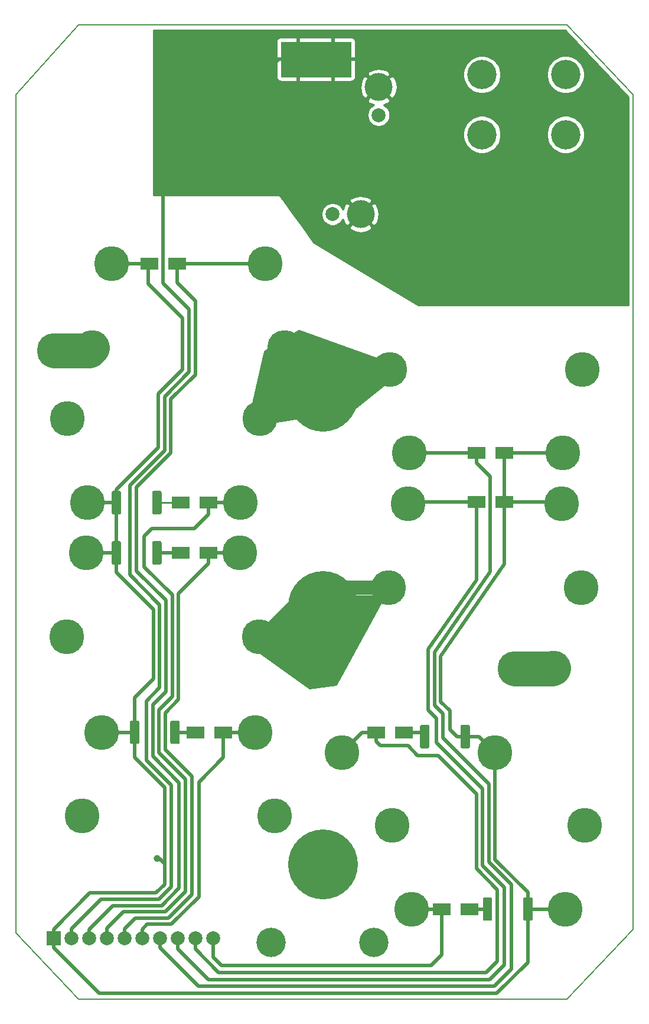
<source format=gbr>
G04 #@! TF.GenerationSoftware,KiCad,Pcbnew,(5.1.0)-1*
G04 #@! TF.CreationDate,2019-05-23T16:07:12+02:00*
G04 #@! TF.ProjectId,relay_card,72656c61-795f-4636-9172-642e6b696361,1.1*
G04 #@! TF.SameCoordinates,Original*
G04 #@! TF.FileFunction,Copper,L2,Bot*
G04 #@! TF.FilePolarity,Positive*
%FSLAX46Y46*%
G04 Gerber Fmt 4.6, Leading zero omitted, Abs format (unit mm)*
G04 Created by KiCad (PCBNEW (5.1.0)-1) date 2019-05-23 16:07:12*
%MOMM*%
%LPD*%
G04 APERTURE LIST*
%ADD10C,0.150000*%
%ADD11C,0.100000*%
%ADD12C,5.000000*%
%ADD13C,4.200000*%
%ADD14C,2.000000*%
%ADD15R,2.000000X2.000000*%
%ADD16C,1.350000*%
%ADD17C,4.000000*%
%ADD18C,10.000000*%
%ADD19R,2.500000X1.800000*%
%ADD20C,1.000000*%
%ADD21C,0.500000*%
%ADD22C,2.000000*%
%ADD23C,5.000000*%
%ADD24C,0.250000*%
%ADD25C,0.254000*%
G04 APERTURE END LIST*
D10*
X96300000Y-15600000D02*
X105800000Y-25600000D01*
X26300000Y-155100000D02*
X17300000Y-145600000D01*
X96300000Y-155100000D02*
X105800000Y-145100000D01*
X26300000Y-15600000D02*
X17300000Y-25600000D01*
X96300000Y-15600000D02*
X26300000Y-15600000D01*
X105800000Y-145100000D02*
X105800000Y-25600000D01*
X26300000Y-155100000D02*
X96300000Y-155100000D01*
X17300000Y-25600000D02*
X17300000Y-145600000D01*
D11*
G36*
X65300000Y-18000000D02*
G01*
X55300000Y-18000000D01*
X55300000Y-23000000D01*
X65300000Y-23000000D01*
X65300000Y-18000000D01*
G37*
X65300000Y-18000000D02*
X55300000Y-18000000D01*
X55300000Y-23000000D01*
X65300000Y-23000000D01*
X65300000Y-18000000D01*
D12*
X22800000Y-62200000D03*
X94300000Y-107700000D03*
X71200000Y-130200000D03*
X98800000Y-130200000D03*
X96000000Y-142200000D03*
X74000000Y-142200000D03*
X54400000Y-128900000D03*
X26800000Y-128900000D03*
X29600000Y-116900000D03*
X51600000Y-116900000D03*
X55800000Y-61800000D03*
X28200000Y-61800000D03*
X31000000Y-49800000D03*
X53000000Y-49800000D03*
X61200000Y-107800000D03*
X88800000Y-107800000D03*
X86000000Y-119800000D03*
X64000000Y-119800000D03*
X52200000Y-103200000D03*
X24600000Y-103200000D03*
X27400000Y-91200000D03*
X49400000Y-91200000D03*
X24700000Y-72000000D03*
X52300000Y-72000000D03*
X49500000Y-84000000D03*
X27500000Y-84000000D03*
X98300000Y-96200000D03*
X70700000Y-96200000D03*
X73500000Y-84200000D03*
X95500000Y-84200000D03*
X70900000Y-64900000D03*
X98500000Y-64900000D03*
X95700000Y-76900000D03*
X73700000Y-76900000D03*
D13*
X68600000Y-147000000D03*
X53900000Y-147000000D03*
X84100000Y-22700000D03*
X96100000Y-31300000D03*
X84100000Y-31300000D03*
X96100000Y-22700000D03*
D14*
X45560000Y-146400000D03*
X43020000Y-146400000D03*
X40480000Y-146400000D03*
X37940000Y-146400000D03*
X35400000Y-146400000D03*
X32860000Y-146400000D03*
X30320000Y-146400000D03*
X27780000Y-146400000D03*
X25240000Y-146400000D03*
D15*
X22700000Y-146400000D03*
D11*
G36*
X37949505Y-82326204D02*
G01*
X37973773Y-82329804D01*
X37997572Y-82335765D01*
X38020671Y-82344030D01*
X38042850Y-82354520D01*
X38063893Y-82367132D01*
X38083599Y-82381747D01*
X38101777Y-82398223D01*
X38118253Y-82416401D01*
X38132868Y-82436107D01*
X38145480Y-82457150D01*
X38155970Y-82479329D01*
X38164235Y-82502428D01*
X38170196Y-82526227D01*
X38173796Y-82550495D01*
X38175000Y-82574999D01*
X38175000Y-85425001D01*
X38173796Y-85449505D01*
X38170196Y-85473773D01*
X38164235Y-85497572D01*
X38155970Y-85520671D01*
X38145480Y-85542850D01*
X38132868Y-85563893D01*
X38118253Y-85583599D01*
X38101777Y-85601777D01*
X38083599Y-85618253D01*
X38063893Y-85632868D01*
X38042850Y-85645480D01*
X38020671Y-85655970D01*
X37997572Y-85664235D01*
X37973773Y-85670196D01*
X37949505Y-85673796D01*
X37925001Y-85675000D01*
X37074999Y-85675000D01*
X37050495Y-85673796D01*
X37026227Y-85670196D01*
X37002428Y-85664235D01*
X36979329Y-85655970D01*
X36957150Y-85645480D01*
X36936107Y-85632868D01*
X36916401Y-85618253D01*
X36898223Y-85601777D01*
X36881747Y-85583599D01*
X36867132Y-85563893D01*
X36854520Y-85542850D01*
X36844030Y-85520671D01*
X36835765Y-85497572D01*
X36829804Y-85473773D01*
X36826204Y-85449505D01*
X36825000Y-85425001D01*
X36825000Y-82574999D01*
X36826204Y-82550495D01*
X36829804Y-82526227D01*
X36835765Y-82502428D01*
X36844030Y-82479329D01*
X36854520Y-82457150D01*
X36867132Y-82436107D01*
X36881747Y-82416401D01*
X36898223Y-82398223D01*
X36916401Y-82381747D01*
X36936107Y-82367132D01*
X36957150Y-82354520D01*
X36979329Y-82344030D01*
X37002428Y-82335765D01*
X37026227Y-82329804D01*
X37050495Y-82326204D01*
X37074999Y-82325000D01*
X37925001Y-82325000D01*
X37949505Y-82326204D01*
X37949505Y-82326204D01*
G37*
D16*
X37500000Y-84000000D03*
D11*
G36*
X32149505Y-82326204D02*
G01*
X32173773Y-82329804D01*
X32197572Y-82335765D01*
X32220671Y-82344030D01*
X32242850Y-82354520D01*
X32263893Y-82367132D01*
X32283599Y-82381747D01*
X32301777Y-82398223D01*
X32318253Y-82416401D01*
X32332868Y-82436107D01*
X32345480Y-82457150D01*
X32355970Y-82479329D01*
X32364235Y-82502428D01*
X32370196Y-82526227D01*
X32373796Y-82550495D01*
X32375000Y-82574999D01*
X32375000Y-85425001D01*
X32373796Y-85449505D01*
X32370196Y-85473773D01*
X32364235Y-85497572D01*
X32355970Y-85520671D01*
X32345480Y-85542850D01*
X32332868Y-85563893D01*
X32318253Y-85583599D01*
X32301777Y-85601777D01*
X32283599Y-85618253D01*
X32263893Y-85632868D01*
X32242850Y-85645480D01*
X32220671Y-85655970D01*
X32197572Y-85664235D01*
X32173773Y-85670196D01*
X32149505Y-85673796D01*
X32125001Y-85675000D01*
X31274999Y-85675000D01*
X31250495Y-85673796D01*
X31226227Y-85670196D01*
X31202428Y-85664235D01*
X31179329Y-85655970D01*
X31157150Y-85645480D01*
X31136107Y-85632868D01*
X31116401Y-85618253D01*
X31098223Y-85601777D01*
X31081747Y-85583599D01*
X31067132Y-85563893D01*
X31054520Y-85542850D01*
X31044030Y-85520671D01*
X31035765Y-85497572D01*
X31029804Y-85473773D01*
X31026204Y-85449505D01*
X31025000Y-85425001D01*
X31025000Y-82574999D01*
X31026204Y-82550495D01*
X31029804Y-82526227D01*
X31035765Y-82502428D01*
X31044030Y-82479329D01*
X31054520Y-82457150D01*
X31067132Y-82436107D01*
X31081747Y-82416401D01*
X31098223Y-82398223D01*
X31116401Y-82381747D01*
X31136107Y-82367132D01*
X31157150Y-82354520D01*
X31179329Y-82344030D01*
X31202428Y-82335765D01*
X31226227Y-82329804D01*
X31250495Y-82326204D01*
X31274999Y-82325000D01*
X32125001Y-82325000D01*
X32149505Y-82326204D01*
X32149505Y-82326204D01*
G37*
D16*
X31700000Y-84000000D03*
D17*
X57800000Y-20500000D03*
X62800000Y-20500000D03*
D18*
X61300000Y-135800000D03*
X61300000Y-98800000D03*
X61300000Y-68800000D03*
D11*
G36*
X40549505Y-115226204D02*
G01*
X40573773Y-115229804D01*
X40597572Y-115235765D01*
X40620671Y-115244030D01*
X40642850Y-115254520D01*
X40663893Y-115267132D01*
X40683599Y-115281747D01*
X40701777Y-115298223D01*
X40718253Y-115316401D01*
X40732868Y-115336107D01*
X40745480Y-115357150D01*
X40755970Y-115379329D01*
X40764235Y-115402428D01*
X40770196Y-115426227D01*
X40773796Y-115450495D01*
X40775000Y-115474999D01*
X40775000Y-118325001D01*
X40773796Y-118349505D01*
X40770196Y-118373773D01*
X40764235Y-118397572D01*
X40755970Y-118420671D01*
X40745480Y-118442850D01*
X40732868Y-118463893D01*
X40718253Y-118483599D01*
X40701777Y-118501777D01*
X40683599Y-118518253D01*
X40663893Y-118532868D01*
X40642850Y-118545480D01*
X40620671Y-118555970D01*
X40597572Y-118564235D01*
X40573773Y-118570196D01*
X40549505Y-118573796D01*
X40525001Y-118575000D01*
X39674999Y-118575000D01*
X39650495Y-118573796D01*
X39626227Y-118570196D01*
X39602428Y-118564235D01*
X39579329Y-118555970D01*
X39557150Y-118545480D01*
X39536107Y-118532868D01*
X39516401Y-118518253D01*
X39498223Y-118501777D01*
X39481747Y-118483599D01*
X39467132Y-118463893D01*
X39454520Y-118442850D01*
X39444030Y-118420671D01*
X39435765Y-118397572D01*
X39429804Y-118373773D01*
X39426204Y-118349505D01*
X39425000Y-118325001D01*
X39425000Y-115474999D01*
X39426204Y-115450495D01*
X39429804Y-115426227D01*
X39435765Y-115402428D01*
X39444030Y-115379329D01*
X39454520Y-115357150D01*
X39467132Y-115336107D01*
X39481747Y-115316401D01*
X39498223Y-115298223D01*
X39516401Y-115281747D01*
X39536107Y-115267132D01*
X39557150Y-115254520D01*
X39579329Y-115244030D01*
X39602428Y-115235765D01*
X39626227Y-115229804D01*
X39650495Y-115226204D01*
X39674999Y-115225000D01*
X40525001Y-115225000D01*
X40549505Y-115226204D01*
X40549505Y-115226204D01*
G37*
D16*
X40100000Y-116900000D03*
D11*
G36*
X34749505Y-115226204D02*
G01*
X34773773Y-115229804D01*
X34797572Y-115235765D01*
X34820671Y-115244030D01*
X34842850Y-115254520D01*
X34863893Y-115267132D01*
X34883599Y-115281747D01*
X34901777Y-115298223D01*
X34918253Y-115316401D01*
X34932868Y-115336107D01*
X34945480Y-115357150D01*
X34955970Y-115379329D01*
X34964235Y-115402428D01*
X34970196Y-115426227D01*
X34973796Y-115450495D01*
X34975000Y-115474999D01*
X34975000Y-118325001D01*
X34973796Y-118349505D01*
X34970196Y-118373773D01*
X34964235Y-118397572D01*
X34955970Y-118420671D01*
X34945480Y-118442850D01*
X34932868Y-118463893D01*
X34918253Y-118483599D01*
X34901777Y-118501777D01*
X34883599Y-118518253D01*
X34863893Y-118532868D01*
X34842850Y-118545480D01*
X34820671Y-118555970D01*
X34797572Y-118564235D01*
X34773773Y-118570196D01*
X34749505Y-118573796D01*
X34725001Y-118575000D01*
X33874999Y-118575000D01*
X33850495Y-118573796D01*
X33826227Y-118570196D01*
X33802428Y-118564235D01*
X33779329Y-118555970D01*
X33757150Y-118545480D01*
X33736107Y-118532868D01*
X33716401Y-118518253D01*
X33698223Y-118501777D01*
X33681747Y-118483599D01*
X33667132Y-118463893D01*
X33654520Y-118442850D01*
X33644030Y-118420671D01*
X33635765Y-118397572D01*
X33629804Y-118373773D01*
X33626204Y-118349505D01*
X33625000Y-118325001D01*
X33625000Y-115474999D01*
X33626204Y-115450495D01*
X33629804Y-115426227D01*
X33635765Y-115402428D01*
X33644030Y-115379329D01*
X33654520Y-115357150D01*
X33667132Y-115336107D01*
X33681747Y-115316401D01*
X33698223Y-115298223D01*
X33716401Y-115281747D01*
X33736107Y-115267132D01*
X33757150Y-115254520D01*
X33779329Y-115244030D01*
X33802428Y-115235765D01*
X33826227Y-115229804D01*
X33850495Y-115226204D01*
X33874999Y-115225000D01*
X34725001Y-115225000D01*
X34749505Y-115226204D01*
X34749505Y-115226204D01*
G37*
D16*
X34300000Y-116900000D03*
D11*
G36*
X37949505Y-89526204D02*
G01*
X37973773Y-89529804D01*
X37997572Y-89535765D01*
X38020671Y-89544030D01*
X38042850Y-89554520D01*
X38063893Y-89567132D01*
X38083599Y-89581747D01*
X38101777Y-89598223D01*
X38118253Y-89616401D01*
X38132868Y-89636107D01*
X38145480Y-89657150D01*
X38155970Y-89679329D01*
X38164235Y-89702428D01*
X38170196Y-89726227D01*
X38173796Y-89750495D01*
X38175000Y-89774999D01*
X38175000Y-92625001D01*
X38173796Y-92649505D01*
X38170196Y-92673773D01*
X38164235Y-92697572D01*
X38155970Y-92720671D01*
X38145480Y-92742850D01*
X38132868Y-92763893D01*
X38118253Y-92783599D01*
X38101777Y-92801777D01*
X38083599Y-92818253D01*
X38063893Y-92832868D01*
X38042850Y-92845480D01*
X38020671Y-92855970D01*
X37997572Y-92864235D01*
X37973773Y-92870196D01*
X37949505Y-92873796D01*
X37925001Y-92875000D01*
X37074999Y-92875000D01*
X37050495Y-92873796D01*
X37026227Y-92870196D01*
X37002428Y-92864235D01*
X36979329Y-92855970D01*
X36957150Y-92845480D01*
X36936107Y-92832868D01*
X36916401Y-92818253D01*
X36898223Y-92801777D01*
X36881747Y-92783599D01*
X36867132Y-92763893D01*
X36854520Y-92742850D01*
X36844030Y-92720671D01*
X36835765Y-92697572D01*
X36829804Y-92673773D01*
X36826204Y-92649505D01*
X36825000Y-92625001D01*
X36825000Y-89774999D01*
X36826204Y-89750495D01*
X36829804Y-89726227D01*
X36835765Y-89702428D01*
X36844030Y-89679329D01*
X36854520Y-89657150D01*
X36867132Y-89636107D01*
X36881747Y-89616401D01*
X36898223Y-89598223D01*
X36916401Y-89581747D01*
X36936107Y-89567132D01*
X36957150Y-89554520D01*
X36979329Y-89544030D01*
X37002428Y-89535765D01*
X37026227Y-89529804D01*
X37050495Y-89526204D01*
X37074999Y-89525000D01*
X37925001Y-89525000D01*
X37949505Y-89526204D01*
X37949505Y-89526204D01*
G37*
D16*
X37500000Y-91200000D03*
D11*
G36*
X32149505Y-89526204D02*
G01*
X32173773Y-89529804D01*
X32197572Y-89535765D01*
X32220671Y-89544030D01*
X32242850Y-89554520D01*
X32263893Y-89567132D01*
X32283599Y-89581747D01*
X32301777Y-89598223D01*
X32318253Y-89616401D01*
X32332868Y-89636107D01*
X32345480Y-89657150D01*
X32355970Y-89679329D01*
X32364235Y-89702428D01*
X32370196Y-89726227D01*
X32373796Y-89750495D01*
X32375000Y-89774999D01*
X32375000Y-92625001D01*
X32373796Y-92649505D01*
X32370196Y-92673773D01*
X32364235Y-92697572D01*
X32355970Y-92720671D01*
X32345480Y-92742850D01*
X32332868Y-92763893D01*
X32318253Y-92783599D01*
X32301777Y-92801777D01*
X32283599Y-92818253D01*
X32263893Y-92832868D01*
X32242850Y-92845480D01*
X32220671Y-92855970D01*
X32197572Y-92864235D01*
X32173773Y-92870196D01*
X32149505Y-92873796D01*
X32125001Y-92875000D01*
X31274999Y-92875000D01*
X31250495Y-92873796D01*
X31226227Y-92870196D01*
X31202428Y-92864235D01*
X31179329Y-92855970D01*
X31157150Y-92845480D01*
X31136107Y-92832868D01*
X31116401Y-92818253D01*
X31098223Y-92801777D01*
X31081747Y-92783599D01*
X31067132Y-92763893D01*
X31054520Y-92742850D01*
X31044030Y-92720671D01*
X31035765Y-92697572D01*
X31029804Y-92673773D01*
X31026204Y-92649505D01*
X31025000Y-92625001D01*
X31025000Y-89774999D01*
X31026204Y-89750495D01*
X31029804Y-89726227D01*
X31035765Y-89702428D01*
X31044030Y-89679329D01*
X31054520Y-89657150D01*
X31067132Y-89636107D01*
X31081747Y-89616401D01*
X31098223Y-89598223D01*
X31116401Y-89581747D01*
X31136107Y-89567132D01*
X31157150Y-89554520D01*
X31179329Y-89544030D01*
X31202428Y-89535765D01*
X31226227Y-89529804D01*
X31250495Y-89526204D01*
X31274999Y-89525000D01*
X32125001Y-89525000D01*
X32149505Y-89526204D01*
X32149505Y-89526204D01*
G37*
D16*
X31700000Y-91200000D03*
D11*
G36*
X85349505Y-140526204D02*
G01*
X85373773Y-140529804D01*
X85397572Y-140535765D01*
X85420671Y-140544030D01*
X85442850Y-140554520D01*
X85463893Y-140567132D01*
X85483599Y-140581747D01*
X85501777Y-140598223D01*
X85518253Y-140616401D01*
X85532868Y-140636107D01*
X85545480Y-140657150D01*
X85555970Y-140679329D01*
X85564235Y-140702428D01*
X85570196Y-140726227D01*
X85573796Y-140750495D01*
X85575000Y-140774999D01*
X85575000Y-143625001D01*
X85573796Y-143649505D01*
X85570196Y-143673773D01*
X85564235Y-143697572D01*
X85555970Y-143720671D01*
X85545480Y-143742850D01*
X85532868Y-143763893D01*
X85518253Y-143783599D01*
X85501777Y-143801777D01*
X85483599Y-143818253D01*
X85463893Y-143832868D01*
X85442850Y-143845480D01*
X85420671Y-143855970D01*
X85397572Y-143864235D01*
X85373773Y-143870196D01*
X85349505Y-143873796D01*
X85325001Y-143875000D01*
X84474999Y-143875000D01*
X84450495Y-143873796D01*
X84426227Y-143870196D01*
X84402428Y-143864235D01*
X84379329Y-143855970D01*
X84357150Y-143845480D01*
X84336107Y-143832868D01*
X84316401Y-143818253D01*
X84298223Y-143801777D01*
X84281747Y-143783599D01*
X84267132Y-143763893D01*
X84254520Y-143742850D01*
X84244030Y-143720671D01*
X84235765Y-143697572D01*
X84229804Y-143673773D01*
X84226204Y-143649505D01*
X84225000Y-143625001D01*
X84225000Y-140774999D01*
X84226204Y-140750495D01*
X84229804Y-140726227D01*
X84235765Y-140702428D01*
X84244030Y-140679329D01*
X84254520Y-140657150D01*
X84267132Y-140636107D01*
X84281747Y-140616401D01*
X84298223Y-140598223D01*
X84316401Y-140581747D01*
X84336107Y-140567132D01*
X84357150Y-140554520D01*
X84379329Y-140544030D01*
X84402428Y-140535765D01*
X84426227Y-140529804D01*
X84450495Y-140526204D01*
X84474999Y-140525000D01*
X85325001Y-140525000D01*
X85349505Y-140526204D01*
X85349505Y-140526204D01*
G37*
D16*
X84900000Y-142200000D03*
D11*
G36*
X91149505Y-140526204D02*
G01*
X91173773Y-140529804D01*
X91197572Y-140535765D01*
X91220671Y-140544030D01*
X91242850Y-140554520D01*
X91263893Y-140567132D01*
X91283599Y-140581747D01*
X91301777Y-140598223D01*
X91318253Y-140616401D01*
X91332868Y-140636107D01*
X91345480Y-140657150D01*
X91355970Y-140679329D01*
X91364235Y-140702428D01*
X91370196Y-140726227D01*
X91373796Y-140750495D01*
X91375000Y-140774999D01*
X91375000Y-143625001D01*
X91373796Y-143649505D01*
X91370196Y-143673773D01*
X91364235Y-143697572D01*
X91355970Y-143720671D01*
X91345480Y-143742850D01*
X91332868Y-143763893D01*
X91318253Y-143783599D01*
X91301777Y-143801777D01*
X91283599Y-143818253D01*
X91263893Y-143832868D01*
X91242850Y-143845480D01*
X91220671Y-143855970D01*
X91197572Y-143864235D01*
X91173773Y-143870196D01*
X91149505Y-143873796D01*
X91125001Y-143875000D01*
X90274999Y-143875000D01*
X90250495Y-143873796D01*
X90226227Y-143870196D01*
X90202428Y-143864235D01*
X90179329Y-143855970D01*
X90157150Y-143845480D01*
X90136107Y-143832868D01*
X90116401Y-143818253D01*
X90098223Y-143801777D01*
X90081747Y-143783599D01*
X90067132Y-143763893D01*
X90054520Y-143742850D01*
X90044030Y-143720671D01*
X90035765Y-143697572D01*
X90029804Y-143673773D01*
X90026204Y-143649505D01*
X90025000Y-143625001D01*
X90025000Y-140774999D01*
X90026204Y-140750495D01*
X90029804Y-140726227D01*
X90035765Y-140702428D01*
X90044030Y-140679329D01*
X90054520Y-140657150D01*
X90067132Y-140636107D01*
X90081747Y-140616401D01*
X90098223Y-140598223D01*
X90116401Y-140581747D01*
X90136107Y-140567132D01*
X90157150Y-140554520D01*
X90179329Y-140544030D01*
X90202428Y-140535765D01*
X90226227Y-140529804D01*
X90250495Y-140526204D01*
X90274999Y-140525000D01*
X91125001Y-140525000D01*
X91149505Y-140526204D01*
X91149505Y-140526204D01*
G37*
D16*
X90700000Y-142200000D03*
D11*
G36*
X76349505Y-115826204D02*
G01*
X76373773Y-115829804D01*
X76397572Y-115835765D01*
X76420671Y-115844030D01*
X76442850Y-115854520D01*
X76463893Y-115867132D01*
X76483599Y-115881747D01*
X76501777Y-115898223D01*
X76518253Y-115916401D01*
X76532868Y-115936107D01*
X76545480Y-115957150D01*
X76555970Y-115979329D01*
X76564235Y-116002428D01*
X76570196Y-116026227D01*
X76573796Y-116050495D01*
X76575000Y-116074999D01*
X76575000Y-118925001D01*
X76573796Y-118949505D01*
X76570196Y-118973773D01*
X76564235Y-118997572D01*
X76555970Y-119020671D01*
X76545480Y-119042850D01*
X76532868Y-119063893D01*
X76518253Y-119083599D01*
X76501777Y-119101777D01*
X76483599Y-119118253D01*
X76463893Y-119132868D01*
X76442850Y-119145480D01*
X76420671Y-119155970D01*
X76397572Y-119164235D01*
X76373773Y-119170196D01*
X76349505Y-119173796D01*
X76325001Y-119175000D01*
X75474999Y-119175000D01*
X75450495Y-119173796D01*
X75426227Y-119170196D01*
X75402428Y-119164235D01*
X75379329Y-119155970D01*
X75357150Y-119145480D01*
X75336107Y-119132868D01*
X75316401Y-119118253D01*
X75298223Y-119101777D01*
X75281747Y-119083599D01*
X75267132Y-119063893D01*
X75254520Y-119042850D01*
X75244030Y-119020671D01*
X75235765Y-118997572D01*
X75229804Y-118973773D01*
X75226204Y-118949505D01*
X75225000Y-118925001D01*
X75225000Y-116074999D01*
X75226204Y-116050495D01*
X75229804Y-116026227D01*
X75235765Y-116002428D01*
X75244030Y-115979329D01*
X75254520Y-115957150D01*
X75267132Y-115936107D01*
X75281747Y-115916401D01*
X75298223Y-115898223D01*
X75316401Y-115881747D01*
X75336107Y-115867132D01*
X75357150Y-115854520D01*
X75379329Y-115844030D01*
X75402428Y-115835765D01*
X75426227Y-115829804D01*
X75450495Y-115826204D01*
X75474999Y-115825000D01*
X76325001Y-115825000D01*
X76349505Y-115826204D01*
X76349505Y-115826204D01*
G37*
D16*
X75900000Y-117500000D03*
D11*
G36*
X82149505Y-115826204D02*
G01*
X82173773Y-115829804D01*
X82197572Y-115835765D01*
X82220671Y-115844030D01*
X82242850Y-115854520D01*
X82263893Y-115867132D01*
X82283599Y-115881747D01*
X82301777Y-115898223D01*
X82318253Y-115916401D01*
X82332868Y-115936107D01*
X82345480Y-115957150D01*
X82355970Y-115979329D01*
X82364235Y-116002428D01*
X82370196Y-116026227D01*
X82373796Y-116050495D01*
X82375000Y-116074999D01*
X82375000Y-118925001D01*
X82373796Y-118949505D01*
X82370196Y-118973773D01*
X82364235Y-118997572D01*
X82355970Y-119020671D01*
X82345480Y-119042850D01*
X82332868Y-119063893D01*
X82318253Y-119083599D01*
X82301777Y-119101777D01*
X82283599Y-119118253D01*
X82263893Y-119132868D01*
X82242850Y-119145480D01*
X82220671Y-119155970D01*
X82197572Y-119164235D01*
X82173773Y-119170196D01*
X82149505Y-119173796D01*
X82125001Y-119175000D01*
X81274999Y-119175000D01*
X81250495Y-119173796D01*
X81226227Y-119170196D01*
X81202428Y-119164235D01*
X81179329Y-119155970D01*
X81157150Y-119145480D01*
X81136107Y-119132868D01*
X81116401Y-119118253D01*
X81098223Y-119101777D01*
X81081747Y-119083599D01*
X81067132Y-119063893D01*
X81054520Y-119042850D01*
X81044030Y-119020671D01*
X81035765Y-118997572D01*
X81029804Y-118973773D01*
X81026204Y-118949505D01*
X81025000Y-118925001D01*
X81025000Y-116074999D01*
X81026204Y-116050495D01*
X81029804Y-116026227D01*
X81035765Y-116002428D01*
X81044030Y-115979329D01*
X81054520Y-115957150D01*
X81067132Y-115936107D01*
X81081747Y-115916401D01*
X81098223Y-115898223D01*
X81116401Y-115881747D01*
X81136107Y-115867132D01*
X81157150Y-115854520D01*
X81179329Y-115844030D01*
X81202428Y-115835765D01*
X81226227Y-115829804D01*
X81250495Y-115826204D01*
X81274999Y-115825000D01*
X82125001Y-115825000D01*
X82149505Y-115826204D01*
X82149505Y-115826204D01*
G37*
D16*
X81700000Y-117500000D03*
D17*
X66700000Y-42700000D03*
D14*
X62700000Y-42700000D03*
D17*
X69300000Y-24500000D03*
D14*
X69300000Y-28500000D03*
D19*
X43000000Y-116900000D03*
X47000000Y-116900000D03*
X40900000Y-91200000D03*
X44900000Y-91200000D03*
X40900000Y-84000000D03*
X44900000Y-84000000D03*
X82300000Y-142200000D03*
X78300000Y-142200000D03*
X87300000Y-83900000D03*
X83300000Y-83900000D03*
X87300000Y-76900000D03*
X83300000Y-76900000D03*
X36400000Y-49800000D03*
X40400000Y-49800000D03*
X72900000Y-116900000D03*
X68900000Y-116900000D03*
D20*
X37500000Y-135000000D03*
D21*
X62800000Y-17000000D02*
X62800000Y-20500000D01*
X57800000Y-20500000D02*
X57800000Y-17000000D01*
X57800000Y-17000000D02*
X62800000Y-17000000D01*
X57800000Y-20500000D02*
X57800000Y-24000000D01*
X57800000Y-24000000D02*
X62700000Y-24000000D01*
X62800000Y-23900000D02*
X62800000Y-20500000D01*
X62700000Y-24000000D02*
X62800000Y-23900000D01*
X57800000Y-20500000D02*
X54971573Y-20500000D01*
X62800000Y-20500000D02*
X66300000Y-20500000D01*
X25300000Y-146340000D02*
X25240000Y-146400000D01*
X25240000Y-145060000D02*
X25240000Y-146400000D01*
X29500000Y-140800000D02*
X25240000Y-145060000D01*
X37800000Y-140800000D02*
X29500000Y-140800000D01*
X39600000Y-139000000D02*
X37800000Y-140800000D01*
X54971573Y-20500000D02*
X38400000Y-37071573D01*
X35999967Y-120899967D02*
X39600000Y-124500000D01*
X42100000Y-65300000D02*
X38600000Y-68800000D01*
X33600000Y-81500000D02*
X33600000Y-94300000D01*
X42100000Y-56300000D02*
X42100000Y-65300000D01*
X37900000Y-98600000D02*
X37900000Y-110500000D01*
X38400000Y-52600000D02*
X42100000Y-56300000D01*
X38600000Y-68800000D02*
X38600000Y-76500000D01*
X38600000Y-76500000D02*
X33600000Y-81500000D01*
X33600000Y-94300000D02*
X37900000Y-98600000D01*
X37900000Y-110500000D02*
X36000000Y-112400000D01*
X36000000Y-112400000D02*
X36000000Y-112900000D01*
X35999967Y-112900033D02*
X35999967Y-120899967D01*
X38400000Y-37071573D02*
X38400000Y-52600000D01*
X36000000Y-112900000D02*
X35999967Y-112900033D01*
X39600000Y-124500000D02*
X39600000Y-139000000D01*
X54971573Y-20500000D02*
X54000000Y-20500000D01*
D22*
X61300000Y-67300000D02*
X55800000Y-61800000D01*
X61300000Y-68800000D02*
X61300000Y-67300000D01*
X65200000Y-64900000D02*
X70900000Y-64900000D01*
X61300000Y-68800000D02*
X65200000Y-64900000D01*
X55500000Y-68800000D02*
X52300000Y-72000000D01*
X61300000Y-68800000D02*
X55500000Y-68800000D01*
D23*
X61200000Y-98900000D02*
X61300000Y-98800000D01*
X61200000Y-107800000D02*
X61200000Y-98900000D01*
D22*
X63900000Y-96200000D02*
X70700000Y-96200000D01*
X61300000Y-98800000D02*
X63900000Y-96200000D01*
D23*
X94200000Y-107800000D02*
X94300000Y-107700000D01*
X88800000Y-107800000D02*
X94200000Y-107800000D01*
X27800000Y-62200000D02*
X22800000Y-62200000D01*
X28200000Y-61800000D02*
X27800000Y-62200000D01*
D21*
X86900000Y-76900000D02*
X95700000Y-76900000D01*
X95200000Y-83900000D02*
X95500000Y-84200000D01*
X87300000Y-83900000D02*
X95200000Y-83900000D01*
X27400000Y-91200000D02*
X31700000Y-91200000D01*
X34300000Y-116900000D02*
X29600000Y-116900000D01*
X87300000Y-76900000D02*
X87300000Y-83900000D01*
X90700000Y-142200000D02*
X96000000Y-142200000D01*
X90700000Y-140425000D02*
X90700000Y-142200000D01*
X22700000Y-147750000D02*
X22700000Y-146400000D01*
X29224990Y-154274990D02*
X22700000Y-147750000D01*
X86253468Y-154274990D02*
X29224990Y-154274990D01*
X90700000Y-149828458D02*
X86253468Y-154274990D01*
X90700000Y-142200000D02*
X90700000Y-149828458D01*
X31700000Y-84000000D02*
X27500000Y-84000000D01*
X31700000Y-84000000D02*
X31700000Y-91200000D01*
X34300000Y-111900000D02*
X34300000Y-116900000D01*
X37000000Y-109200000D02*
X34300000Y-111900000D01*
X37000000Y-99300000D02*
X37000000Y-109200000D01*
X31700000Y-91200000D02*
X31700000Y-94000000D01*
X31700000Y-94000000D02*
X37000000Y-99300000D01*
X22700000Y-145100000D02*
X22700000Y-146400000D01*
X34300000Y-116900000D02*
X34300000Y-120500000D01*
X34300000Y-120500000D02*
X38600000Y-124800000D01*
X38600000Y-138700000D02*
X37400000Y-139900000D01*
X37400000Y-139900000D02*
X27900000Y-139900000D01*
X27900000Y-139900000D02*
X22700000Y-145100000D01*
X37900000Y-135000000D02*
X38600000Y-135700000D01*
X37500000Y-135000000D02*
X37900000Y-135000000D01*
X38600000Y-124800000D02*
X38600000Y-135700000D01*
X38600000Y-135700000D02*
X38600000Y-138700000D01*
X90700000Y-139800000D02*
X90700000Y-142200000D01*
X86000000Y-119800000D02*
X86000000Y-135100000D01*
X86000000Y-135100000D02*
X90700000Y-139800000D01*
X80500000Y-117500000D02*
X81700000Y-117500000D01*
X87300000Y-83900000D02*
X87300000Y-92800000D01*
X87300000Y-92800000D02*
X78200000Y-106000000D01*
X78200000Y-106000000D02*
X78200000Y-112485772D01*
X78200000Y-112485772D02*
X79500000Y-113785772D01*
X79500000Y-113785772D02*
X79500000Y-116500000D01*
X79500000Y-116500000D02*
X80500000Y-117500000D01*
X31700000Y-82100000D02*
X31700000Y-84000000D01*
X37700000Y-76100000D02*
X31700000Y-82100000D01*
X31000000Y-49800000D02*
X36300000Y-49800000D01*
X36300000Y-49800000D02*
X36300000Y-52700000D01*
X36300000Y-52700000D02*
X41200000Y-57600000D01*
X41200000Y-57600000D02*
X41200000Y-64900000D01*
X41200000Y-64900000D02*
X37700000Y-68400000D01*
X37700000Y-68400000D02*
X37700000Y-76100000D01*
X83700000Y-117500000D02*
X86000000Y-119800000D01*
X81700000Y-117500000D02*
X83700000Y-117500000D01*
X73700000Y-76900000D02*
X77235533Y-76900000D01*
X77235533Y-76900000D02*
X77700000Y-76900000D01*
X77700000Y-76900000D02*
X82900000Y-76900000D01*
X37940000Y-147602081D02*
X37940000Y-146400000D01*
X37940000Y-147740000D02*
X37940000Y-147602081D01*
X43474979Y-153274979D02*
X37940000Y-147740000D01*
X85839250Y-153274979D02*
X43474979Y-153274979D01*
X88325031Y-150789198D02*
X85839250Y-153274979D01*
X88325031Y-138725031D02*
X88325031Y-150789198D01*
X85100000Y-135500000D02*
X88325031Y-138725031D01*
X85100000Y-124300000D02*
X85100000Y-135500000D01*
X78500000Y-117700000D02*
X85100000Y-124300000D01*
X78500000Y-114200000D02*
X78500000Y-117700000D01*
X83300000Y-78300000D02*
X85300000Y-80300000D01*
X83300000Y-76900000D02*
X83300000Y-78300000D01*
X85300000Y-80300000D02*
X85300000Y-93900000D01*
X85300000Y-93900000D02*
X77300000Y-105400000D01*
X77300000Y-105400000D02*
X77300000Y-113000000D01*
X77300000Y-113000000D02*
X78500000Y-114200000D01*
X73800000Y-83900000D02*
X73500000Y-84200000D01*
X83300000Y-83900000D02*
X77200000Y-83900000D01*
X77200000Y-83900000D02*
X73800000Y-83900000D01*
X40480000Y-147602081D02*
X40480000Y-146400000D01*
X40480000Y-147880000D02*
X40480000Y-147602081D01*
X44874968Y-152274968D02*
X40480000Y-147880000D01*
X85225032Y-152274968D02*
X44874968Y-152274968D01*
X87325021Y-150174979D02*
X85225032Y-152274968D01*
X87325021Y-139125021D02*
X87325021Y-150174979D01*
X84200000Y-136000000D02*
X87325021Y-139125021D01*
X84200000Y-125000000D02*
X84200000Y-136000000D01*
X83300000Y-95100000D02*
X76400000Y-105000000D01*
X83300000Y-83900000D02*
X83300000Y-95100000D01*
X76400000Y-105000000D02*
X76400000Y-113700000D01*
X76400000Y-113700000D02*
X77600000Y-114900000D01*
X77600000Y-114900000D02*
X77600000Y-118400000D01*
X77600000Y-118400000D02*
X84200000Y-125000000D01*
X78300000Y-142200000D02*
X74000000Y-142200000D01*
X78300000Y-148800000D02*
X78300000Y-142200000D01*
X76800000Y-150300000D02*
X78300000Y-148800000D01*
X46800000Y-150300000D02*
X76800000Y-150300000D01*
X45560000Y-146400000D02*
X45560000Y-149060000D01*
X45560000Y-149060000D02*
X46800000Y-150300000D01*
X49500000Y-84000000D02*
X44900000Y-84000000D01*
X30320000Y-144980000D02*
X30320000Y-146400000D01*
X32700000Y-142600000D02*
X30320000Y-144980000D01*
X38700000Y-142600000D02*
X32700000Y-142600000D01*
X41600000Y-139700000D02*
X38700000Y-142600000D01*
X41600000Y-123600010D02*
X41600000Y-139700000D01*
X37799989Y-119799999D02*
X41600000Y-123600010D01*
X37799989Y-113700011D02*
X37799989Y-119799999D01*
X39700000Y-111800000D02*
X37799989Y-113700011D01*
X39700000Y-97200000D02*
X39700000Y-111800000D01*
X44900000Y-85700000D02*
X42900000Y-87700000D01*
X44900000Y-84000000D02*
X44900000Y-85700000D01*
X42900000Y-87700000D02*
X36800000Y-87700000D01*
X36800000Y-87700000D02*
X35700000Y-88800000D01*
X35700000Y-88800000D02*
X35700000Y-93200000D01*
X35700000Y-93200000D02*
X39700000Y-97200000D01*
X49400000Y-91200000D02*
X44900000Y-91200000D01*
X44900000Y-91200000D02*
X46962002Y-91200000D01*
X34400000Y-143500000D02*
X32860000Y-145040000D01*
X39100000Y-143500000D02*
X34400000Y-143500000D01*
X42500000Y-140100000D02*
X39100000Y-143500000D01*
X42500000Y-123200000D02*
X42500000Y-140100000D01*
X44900000Y-92700000D02*
X40600000Y-97000000D01*
X44900000Y-91200000D02*
X44900000Y-92700000D01*
X40600000Y-97000000D02*
X40600000Y-112200000D01*
X40600000Y-112200000D02*
X38700000Y-114100000D01*
X32860000Y-145040000D02*
X32860000Y-146400000D01*
X38700000Y-114100000D02*
X38700000Y-119400000D01*
X38700000Y-119400000D02*
X42500000Y-123200000D01*
X47000000Y-116900000D02*
X51600000Y-116900000D01*
X35400000Y-145100000D02*
X35400000Y-146400000D01*
X47000000Y-116900000D02*
X47000000Y-120500000D01*
X47000000Y-120500000D02*
X43500000Y-124000000D01*
X43500000Y-124000000D02*
X43500000Y-140500000D01*
X43500000Y-140500000D02*
X39600000Y-144400000D01*
X39600000Y-144400000D02*
X36100000Y-144400000D01*
X36100000Y-144400000D02*
X35400000Y-145100000D01*
X66900000Y-116900000D02*
X64000000Y-119800000D01*
X68900000Y-116900000D02*
X66900000Y-116900000D01*
X43020000Y-147920000D02*
X43020000Y-146400000D01*
X46374957Y-151274957D02*
X43020000Y-147920000D01*
X84725043Y-151274957D02*
X46374957Y-151274957D01*
X86325010Y-149674990D02*
X84725043Y-151274957D01*
X86325010Y-139425010D02*
X86325010Y-149674990D01*
X83300000Y-136400000D02*
X86325010Y-139425010D01*
X83300000Y-125700000D02*
X83300000Y-136400000D01*
X68900000Y-118200000D02*
X69500000Y-118800000D01*
X68900000Y-116900000D02*
X68900000Y-118200000D01*
X69500000Y-118800000D02*
X73500000Y-118800000D01*
X73500000Y-118800000D02*
X74900000Y-120200000D01*
X74900000Y-120200000D02*
X77800000Y-120200000D01*
X77800000Y-120200000D02*
X83300000Y-125700000D01*
X27900000Y-146280000D02*
X27780000Y-146400000D01*
X27780000Y-145120000D02*
X27780000Y-146400000D01*
X31200000Y-141700000D02*
X27780000Y-145120000D01*
X38200000Y-141700000D02*
X31200000Y-141700000D01*
X40699990Y-139200010D02*
X38200000Y-141700000D01*
X40699990Y-124100000D02*
X40699990Y-139200010D01*
X36899978Y-120299988D02*
X40699990Y-124100000D01*
X36899978Y-112972784D02*
X36899978Y-120299988D01*
X38800000Y-111072762D02*
X36899978Y-112972784D01*
X38800000Y-98000000D02*
X38800000Y-111072762D01*
X43000000Y-55100000D02*
X43000000Y-65700000D01*
X43000000Y-65700000D02*
X39500000Y-69200000D01*
X39500000Y-69200000D02*
X39500000Y-76900000D01*
X39500000Y-76900000D02*
X34600000Y-81800000D01*
X34600000Y-93800000D02*
X38800000Y-98000000D01*
X34600000Y-81800000D02*
X34600000Y-93800000D01*
X40400000Y-49800000D02*
X48900000Y-49800000D01*
X48300000Y-49800000D02*
X48900000Y-49800000D01*
X48900000Y-49800000D02*
X53000000Y-49800000D01*
X40400000Y-52500000D02*
X40400000Y-49800000D01*
X43000000Y-55100000D02*
X40400000Y-52500000D01*
X40900000Y-91200000D02*
X37500000Y-91200000D01*
X43000000Y-116900000D02*
X40100000Y-116900000D01*
X75300000Y-116900000D02*
X72900000Y-116900000D01*
X75900000Y-117500000D02*
X75300000Y-116900000D01*
X84900000Y-142200000D02*
X82300000Y-142200000D01*
D24*
X37500000Y-84000000D02*
X40900000Y-84000000D01*
D25*
G36*
X105098001Y-25880292D02*
G01*
X105098001Y-55673000D01*
X74935178Y-55673000D01*
X59987355Y-46704306D01*
X58409989Y-44547499D01*
X65032106Y-44547499D01*
X65248228Y-44914258D01*
X65708105Y-45154938D01*
X66206098Y-45301275D01*
X66723071Y-45347648D01*
X67239159Y-45292273D01*
X67734526Y-45137279D01*
X68151772Y-44914258D01*
X68367894Y-44547499D01*
X66700000Y-42879605D01*
X65032106Y-44547499D01*
X58409989Y-44547499D01*
X56941639Y-42539755D01*
X61073000Y-42539755D01*
X61073000Y-42860245D01*
X61135525Y-43174578D01*
X61258172Y-43470673D01*
X61436227Y-43737152D01*
X61662848Y-43963773D01*
X61929327Y-44141828D01*
X62225422Y-44264475D01*
X62539755Y-44327000D01*
X62860245Y-44327000D01*
X63174578Y-44264475D01*
X63470673Y-44141828D01*
X63737152Y-43963773D01*
X63963773Y-43737152D01*
X64141828Y-43470673D01*
X64163668Y-43417948D01*
X64262721Y-43734526D01*
X64485742Y-44151772D01*
X64852501Y-44367894D01*
X66520395Y-42700000D01*
X66879605Y-42700000D01*
X68547499Y-44367894D01*
X68914258Y-44151772D01*
X69154938Y-43691895D01*
X69301275Y-43193902D01*
X69347648Y-42676929D01*
X69292273Y-42160841D01*
X69137279Y-41665474D01*
X68914258Y-41248228D01*
X68547499Y-41032106D01*
X66879605Y-42700000D01*
X66520395Y-42700000D01*
X64852501Y-41032106D01*
X64485742Y-41248228D01*
X64245062Y-41708105D01*
X64164191Y-41983315D01*
X64141828Y-41929327D01*
X63963773Y-41662848D01*
X63737152Y-41436227D01*
X63470673Y-41258172D01*
X63174578Y-41135525D01*
X62860245Y-41073000D01*
X62539755Y-41073000D01*
X62225422Y-41135525D01*
X61929327Y-41258172D01*
X61662848Y-41436227D01*
X61436227Y-41662848D01*
X61258172Y-41929327D01*
X61135525Y-42225422D01*
X61073000Y-42539755D01*
X56941639Y-42539755D01*
X55707677Y-40852501D01*
X65032106Y-40852501D01*
X66700000Y-42520395D01*
X68367894Y-40852501D01*
X68151772Y-40485742D01*
X67691895Y-40245062D01*
X67193902Y-40098725D01*
X66676929Y-40052352D01*
X66160841Y-40107727D01*
X65665474Y-40262721D01*
X65248228Y-40485742D01*
X65032106Y-40852501D01*
X55707677Y-40852501D01*
X55102511Y-40025030D01*
X55085915Y-40006471D01*
X55066018Y-39991507D01*
X55043583Y-39980712D01*
X55019474Y-39974502D01*
X55000000Y-39973000D01*
X37027000Y-39973000D01*
X37027000Y-31031414D01*
X81373000Y-31031414D01*
X81373000Y-31568586D01*
X81477797Y-32095437D01*
X81683364Y-32591719D01*
X81981801Y-33038361D01*
X82361639Y-33418199D01*
X82808281Y-33716636D01*
X83304563Y-33922203D01*
X83831414Y-34027000D01*
X84368586Y-34027000D01*
X84895437Y-33922203D01*
X85391719Y-33716636D01*
X85838361Y-33418199D01*
X86218199Y-33038361D01*
X86516636Y-32591719D01*
X86722203Y-32095437D01*
X86827000Y-31568586D01*
X86827000Y-31031414D01*
X93373000Y-31031414D01*
X93373000Y-31568586D01*
X93477797Y-32095437D01*
X93683364Y-32591719D01*
X93981801Y-33038361D01*
X94361639Y-33418199D01*
X94808281Y-33716636D01*
X95304563Y-33922203D01*
X95831414Y-34027000D01*
X96368586Y-34027000D01*
X96895437Y-33922203D01*
X97391719Y-33716636D01*
X97838361Y-33418199D01*
X98218199Y-33038361D01*
X98516636Y-32591719D01*
X98722203Y-32095437D01*
X98827000Y-31568586D01*
X98827000Y-31031414D01*
X98722203Y-30504563D01*
X98516636Y-30008281D01*
X98218199Y-29561639D01*
X97838361Y-29181801D01*
X97391719Y-28883364D01*
X96895437Y-28677797D01*
X96368586Y-28573000D01*
X95831414Y-28573000D01*
X95304563Y-28677797D01*
X94808281Y-28883364D01*
X94361639Y-29181801D01*
X93981801Y-29561639D01*
X93683364Y-30008281D01*
X93477797Y-30504563D01*
X93373000Y-31031414D01*
X86827000Y-31031414D01*
X86722203Y-30504563D01*
X86516636Y-30008281D01*
X86218199Y-29561639D01*
X85838361Y-29181801D01*
X85391719Y-28883364D01*
X84895437Y-28677797D01*
X84368586Y-28573000D01*
X83831414Y-28573000D01*
X83304563Y-28677797D01*
X82808281Y-28883364D01*
X82361639Y-29181801D01*
X81981801Y-29561639D01*
X81683364Y-30008281D01*
X81477797Y-30504563D01*
X81373000Y-31031414D01*
X37027000Y-31031414D01*
X37027000Y-26347499D01*
X67632106Y-26347499D01*
X67848228Y-26714258D01*
X68308105Y-26954938D01*
X68583315Y-27035809D01*
X68529327Y-27058172D01*
X68262848Y-27236227D01*
X68036227Y-27462848D01*
X67858172Y-27729327D01*
X67735525Y-28025422D01*
X67673000Y-28339755D01*
X67673000Y-28660245D01*
X67735525Y-28974578D01*
X67858172Y-29270673D01*
X68036227Y-29537152D01*
X68262848Y-29763773D01*
X68529327Y-29941828D01*
X68825422Y-30064475D01*
X69139755Y-30127000D01*
X69460245Y-30127000D01*
X69774578Y-30064475D01*
X70070673Y-29941828D01*
X70337152Y-29763773D01*
X70563773Y-29537152D01*
X70741828Y-29270673D01*
X70864475Y-28974578D01*
X70927000Y-28660245D01*
X70927000Y-28339755D01*
X70864475Y-28025422D01*
X70741828Y-27729327D01*
X70563773Y-27462848D01*
X70337152Y-27236227D01*
X70070673Y-27058172D01*
X70017948Y-27036332D01*
X70334526Y-26937279D01*
X70751772Y-26714258D01*
X70967894Y-26347499D01*
X69300000Y-24679605D01*
X67632106Y-26347499D01*
X37027000Y-26347499D01*
X37027000Y-24523071D01*
X66652352Y-24523071D01*
X66707727Y-25039159D01*
X66862721Y-25534526D01*
X67085742Y-25951772D01*
X67452501Y-26167894D01*
X69120395Y-24500000D01*
X69479605Y-24500000D01*
X71147499Y-26167894D01*
X71514258Y-25951772D01*
X71754938Y-25491895D01*
X71901275Y-24993902D01*
X71947648Y-24476929D01*
X71892273Y-23960841D01*
X71737279Y-23465474D01*
X71514258Y-23048228D01*
X71147499Y-22832106D01*
X69479605Y-24500000D01*
X69120395Y-24500000D01*
X67452501Y-22832106D01*
X67085742Y-23048228D01*
X66845062Y-23508105D01*
X66698725Y-24006098D01*
X66652352Y-24523071D01*
X37027000Y-24523071D01*
X37027000Y-18000000D01*
X54623000Y-18000000D01*
X54623000Y-23000000D01*
X54629220Y-23063434D01*
X54634992Y-23126857D01*
X54635661Y-23129130D01*
X54635893Y-23131497D01*
X54654343Y-23192607D01*
X54672297Y-23253609D01*
X54673395Y-23255709D01*
X54674082Y-23257985D01*
X54704044Y-23314335D01*
X54733511Y-23370700D01*
X54734996Y-23372547D01*
X54736112Y-23374646D01*
X54776392Y-23424034D01*
X54816302Y-23473672D01*
X54818122Y-23475199D01*
X54819621Y-23477037D01*
X54868661Y-23517607D01*
X54917517Y-23558602D01*
X54919599Y-23559747D01*
X54921426Y-23561258D01*
X54977387Y-23591516D01*
X55033301Y-23622255D01*
X55035568Y-23622974D01*
X55037652Y-23624101D01*
X55098436Y-23642917D01*
X55159244Y-23662206D01*
X55161605Y-23662471D01*
X55163870Y-23663172D01*
X55227235Y-23669832D01*
X55290548Y-23676934D01*
X55295101Y-23676966D01*
X55295274Y-23676984D01*
X55295447Y-23676968D01*
X55300000Y-23677000D01*
X65300000Y-23677000D01*
X65363434Y-23670780D01*
X65426857Y-23665008D01*
X65429130Y-23664339D01*
X65431497Y-23664107D01*
X65492607Y-23645657D01*
X65553609Y-23627703D01*
X65555709Y-23626605D01*
X65557985Y-23625918D01*
X65614335Y-23595956D01*
X65670700Y-23566489D01*
X65672547Y-23565004D01*
X65674646Y-23563888D01*
X65724034Y-23523608D01*
X65773672Y-23483698D01*
X65775199Y-23481878D01*
X65777037Y-23480379D01*
X65817607Y-23431339D01*
X65858602Y-23382483D01*
X65859747Y-23380401D01*
X65861258Y-23378574D01*
X65891516Y-23322613D01*
X65922255Y-23266699D01*
X65922974Y-23264432D01*
X65924101Y-23262348D01*
X65942917Y-23201564D01*
X65962206Y-23140756D01*
X65962471Y-23138395D01*
X65963172Y-23136130D01*
X65969832Y-23072765D01*
X65976934Y-23009452D01*
X65976966Y-23004899D01*
X65976984Y-23004726D01*
X65976968Y-23004553D01*
X65977000Y-23000000D01*
X65977000Y-22652501D01*
X67632106Y-22652501D01*
X69300000Y-24320395D01*
X70967894Y-22652501D01*
X70837613Y-22431414D01*
X81373000Y-22431414D01*
X81373000Y-22968586D01*
X81477797Y-23495437D01*
X81683364Y-23991719D01*
X81981801Y-24438361D01*
X82361639Y-24818199D01*
X82808281Y-25116636D01*
X83304563Y-25322203D01*
X83831414Y-25427000D01*
X84368586Y-25427000D01*
X84895437Y-25322203D01*
X85391719Y-25116636D01*
X85838361Y-24818199D01*
X86218199Y-24438361D01*
X86516636Y-23991719D01*
X86722203Y-23495437D01*
X86827000Y-22968586D01*
X86827000Y-22431414D01*
X93373000Y-22431414D01*
X93373000Y-22968586D01*
X93477797Y-23495437D01*
X93683364Y-23991719D01*
X93981801Y-24438361D01*
X94361639Y-24818199D01*
X94808281Y-25116636D01*
X95304563Y-25322203D01*
X95831414Y-25427000D01*
X96368586Y-25427000D01*
X96895437Y-25322203D01*
X97391719Y-25116636D01*
X97838361Y-24818199D01*
X98218199Y-24438361D01*
X98516636Y-23991719D01*
X98722203Y-23495437D01*
X98827000Y-22968586D01*
X98827000Y-22431414D01*
X98722203Y-21904563D01*
X98516636Y-21408281D01*
X98218199Y-20961639D01*
X97838361Y-20581801D01*
X97391719Y-20283364D01*
X96895437Y-20077797D01*
X96368586Y-19973000D01*
X95831414Y-19973000D01*
X95304563Y-20077797D01*
X94808281Y-20283364D01*
X94361639Y-20581801D01*
X93981801Y-20961639D01*
X93683364Y-21408281D01*
X93477797Y-21904563D01*
X93373000Y-22431414D01*
X86827000Y-22431414D01*
X86722203Y-21904563D01*
X86516636Y-21408281D01*
X86218199Y-20961639D01*
X85838361Y-20581801D01*
X85391719Y-20283364D01*
X84895437Y-20077797D01*
X84368586Y-19973000D01*
X83831414Y-19973000D01*
X83304563Y-20077797D01*
X82808281Y-20283364D01*
X82361639Y-20581801D01*
X81981801Y-20961639D01*
X81683364Y-21408281D01*
X81477797Y-21904563D01*
X81373000Y-22431414D01*
X70837613Y-22431414D01*
X70751772Y-22285742D01*
X70291895Y-22045062D01*
X69793902Y-21898725D01*
X69276929Y-21852352D01*
X68760841Y-21907727D01*
X68265474Y-22062721D01*
X67848228Y-22285742D01*
X67632106Y-22652501D01*
X65977000Y-22652501D01*
X65977000Y-18000000D01*
X65970780Y-17936566D01*
X65965008Y-17873143D01*
X65964339Y-17870870D01*
X65964107Y-17868503D01*
X65945657Y-17807393D01*
X65927703Y-17746391D01*
X65926605Y-17744291D01*
X65925918Y-17742015D01*
X65895956Y-17685665D01*
X65866489Y-17629300D01*
X65865004Y-17627453D01*
X65863888Y-17625354D01*
X65823608Y-17575966D01*
X65783698Y-17526328D01*
X65781878Y-17524801D01*
X65780379Y-17522963D01*
X65731339Y-17482393D01*
X65682483Y-17441398D01*
X65680401Y-17440253D01*
X65678574Y-17438742D01*
X65622613Y-17408484D01*
X65566699Y-17377745D01*
X65564432Y-17377026D01*
X65562348Y-17375899D01*
X65501564Y-17357083D01*
X65440756Y-17337794D01*
X65438395Y-17337529D01*
X65436130Y-17336828D01*
X65372765Y-17330168D01*
X65309452Y-17323066D01*
X65304899Y-17323034D01*
X65304726Y-17323016D01*
X65304553Y-17323032D01*
X65300000Y-17323000D01*
X55300000Y-17323000D01*
X55236566Y-17329220D01*
X55173143Y-17334992D01*
X55170870Y-17335661D01*
X55168503Y-17335893D01*
X55107393Y-17354343D01*
X55046391Y-17372297D01*
X55044291Y-17373395D01*
X55042015Y-17374082D01*
X54985665Y-17404044D01*
X54929300Y-17433511D01*
X54927453Y-17434996D01*
X54925354Y-17436112D01*
X54875966Y-17476392D01*
X54826328Y-17516302D01*
X54824801Y-17518122D01*
X54822963Y-17519621D01*
X54782393Y-17568661D01*
X54741398Y-17617517D01*
X54740253Y-17619599D01*
X54738742Y-17621426D01*
X54708484Y-17677387D01*
X54677745Y-17733301D01*
X54677026Y-17735568D01*
X54675899Y-17737652D01*
X54657083Y-17798436D01*
X54637794Y-17859244D01*
X54637529Y-17861605D01*
X54636828Y-17863870D01*
X54630168Y-17927235D01*
X54623066Y-17990548D01*
X54623034Y-17995101D01*
X54623016Y-17995274D01*
X54623032Y-17995447D01*
X54623000Y-18000000D01*
X37027000Y-18000000D01*
X37027000Y-16302000D01*
X95998624Y-16302000D01*
X105098001Y-25880292D01*
X105098001Y-25880292D01*
G37*
X105098001Y-25880292D02*
X105098001Y-55673000D01*
X74935178Y-55673000D01*
X59987355Y-46704306D01*
X58409989Y-44547499D01*
X65032106Y-44547499D01*
X65248228Y-44914258D01*
X65708105Y-45154938D01*
X66206098Y-45301275D01*
X66723071Y-45347648D01*
X67239159Y-45292273D01*
X67734526Y-45137279D01*
X68151772Y-44914258D01*
X68367894Y-44547499D01*
X66700000Y-42879605D01*
X65032106Y-44547499D01*
X58409989Y-44547499D01*
X56941639Y-42539755D01*
X61073000Y-42539755D01*
X61073000Y-42860245D01*
X61135525Y-43174578D01*
X61258172Y-43470673D01*
X61436227Y-43737152D01*
X61662848Y-43963773D01*
X61929327Y-44141828D01*
X62225422Y-44264475D01*
X62539755Y-44327000D01*
X62860245Y-44327000D01*
X63174578Y-44264475D01*
X63470673Y-44141828D01*
X63737152Y-43963773D01*
X63963773Y-43737152D01*
X64141828Y-43470673D01*
X64163668Y-43417948D01*
X64262721Y-43734526D01*
X64485742Y-44151772D01*
X64852501Y-44367894D01*
X66520395Y-42700000D01*
X66879605Y-42700000D01*
X68547499Y-44367894D01*
X68914258Y-44151772D01*
X69154938Y-43691895D01*
X69301275Y-43193902D01*
X69347648Y-42676929D01*
X69292273Y-42160841D01*
X69137279Y-41665474D01*
X68914258Y-41248228D01*
X68547499Y-41032106D01*
X66879605Y-42700000D01*
X66520395Y-42700000D01*
X64852501Y-41032106D01*
X64485742Y-41248228D01*
X64245062Y-41708105D01*
X64164191Y-41983315D01*
X64141828Y-41929327D01*
X63963773Y-41662848D01*
X63737152Y-41436227D01*
X63470673Y-41258172D01*
X63174578Y-41135525D01*
X62860245Y-41073000D01*
X62539755Y-41073000D01*
X62225422Y-41135525D01*
X61929327Y-41258172D01*
X61662848Y-41436227D01*
X61436227Y-41662848D01*
X61258172Y-41929327D01*
X61135525Y-42225422D01*
X61073000Y-42539755D01*
X56941639Y-42539755D01*
X55707677Y-40852501D01*
X65032106Y-40852501D01*
X66700000Y-42520395D01*
X68367894Y-40852501D01*
X68151772Y-40485742D01*
X67691895Y-40245062D01*
X67193902Y-40098725D01*
X66676929Y-40052352D01*
X66160841Y-40107727D01*
X65665474Y-40262721D01*
X65248228Y-40485742D01*
X65032106Y-40852501D01*
X55707677Y-40852501D01*
X55102511Y-40025030D01*
X55085915Y-40006471D01*
X55066018Y-39991507D01*
X55043583Y-39980712D01*
X55019474Y-39974502D01*
X55000000Y-39973000D01*
X37027000Y-39973000D01*
X37027000Y-31031414D01*
X81373000Y-31031414D01*
X81373000Y-31568586D01*
X81477797Y-32095437D01*
X81683364Y-32591719D01*
X81981801Y-33038361D01*
X82361639Y-33418199D01*
X82808281Y-33716636D01*
X83304563Y-33922203D01*
X83831414Y-34027000D01*
X84368586Y-34027000D01*
X84895437Y-33922203D01*
X85391719Y-33716636D01*
X85838361Y-33418199D01*
X86218199Y-33038361D01*
X86516636Y-32591719D01*
X86722203Y-32095437D01*
X86827000Y-31568586D01*
X86827000Y-31031414D01*
X93373000Y-31031414D01*
X93373000Y-31568586D01*
X93477797Y-32095437D01*
X93683364Y-32591719D01*
X93981801Y-33038361D01*
X94361639Y-33418199D01*
X94808281Y-33716636D01*
X95304563Y-33922203D01*
X95831414Y-34027000D01*
X96368586Y-34027000D01*
X96895437Y-33922203D01*
X97391719Y-33716636D01*
X97838361Y-33418199D01*
X98218199Y-33038361D01*
X98516636Y-32591719D01*
X98722203Y-32095437D01*
X98827000Y-31568586D01*
X98827000Y-31031414D01*
X98722203Y-30504563D01*
X98516636Y-30008281D01*
X98218199Y-29561639D01*
X97838361Y-29181801D01*
X97391719Y-28883364D01*
X96895437Y-28677797D01*
X96368586Y-28573000D01*
X95831414Y-28573000D01*
X95304563Y-28677797D01*
X94808281Y-28883364D01*
X94361639Y-29181801D01*
X93981801Y-29561639D01*
X93683364Y-30008281D01*
X93477797Y-30504563D01*
X93373000Y-31031414D01*
X86827000Y-31031414D01*
X86722203Y-30504563D01*
X86516636Y-30008281D01*
X86218199Y-29561639D01*
X85838361Y-29181801D01*
X85391719Y-28883364D01*
X84895437Y-28677797D01*
X84368586Y-28573000D01*
X83831414Y-28573000D01*
X83304563Y-28677797D01*
X82808281Y-28883364D01*
X82361639Y-29181801D01*
X81981801Y-29561639D01*
X81683364Y-30008281D01*
X81477797Y-30504563D01*
X81373000Y-31031414D01*
X37027000Y-31031414D01*
X37027000Y-26347499D01*
X67632106Y-26347499D01*
X67848228Y-26714258D01*
X68308105Y-26954938D01*
X68583315Y-27035809D01*
X68529327Y-27058172D01*
X68262848Y-27236227D01*
X68036227Y-27462848D01*
X67858172Y-27729327D01*
X67735525Y-28025422D01*
X67673000Y-28339755D01*
X67673000Y-28660245D01*
X67735525Y-28974578D01*
X67858172Y-29270673D01*
X68036227Y-29537152D01*
X68262848Y-29763773D01*
X68529327Y-29941828D01*
X68825422Y-30064475D01*
X69139755Y-30127000D01*
X69460245Y-30127000D01*
X69774578Y-30064475D01*
X70070673Y-29941828D01*
X70337152Y-29763773D01*
X70563773Y-29537152D01*
X70741828Y-29270673D01*
X70864475Y-28974578D01*
X70927000Y-28660245D01*
X70927000Y-28339755D01*
X70864475Y-28025422D01*
X70741828Y-27729327D01*
X70563773Y-27462848D01*
X70337152Y-27236227D01*
X70070673Y-27058172D01*
X70017948Y-27036332D01*
X70334526Y-26937279D01*
X70751772Y-26714258D01*
X70967894Y-26347499D01*
X69300000Y-24679605D01*
X67632106Y-26347499D01*
X37027000Y-26347499D01*
X37027000Y-24523071D01*
X66652352Y-24523071D01*
X66707727Y-25039159D01*
X66862721Y-25534526D01*
X67085742Y-25951772D01*
X67452501Y-26167894D01*
X69120395Y-24500000D01*
X69479605Y-24500000D01*
X71147499Y-26167894D01*
X71514258Y-25951772D01*
X71754938Y-25491895D01*
X71901275Y-24993902D01*
X71947648Y-24476929D01*
X71892273Y-23960841D01*
X71737279Y-23465474D01*
X71514258Y-23048228D01*
X71147499Y-22832106D01*
X69479605Y-24500000D01*
X69120395Y-24500000D01*
X67452501Y-22832106D01*
X67085742Y-23048228D01*
X66845062Y-23508105D01*
X66698725Y-24006098D01*
X66652352Y-24523071D01*
X37027000Y-24523071D01*
X37027000Y-18000000D01*
X54623000Y-18000000D01*
X54623000Y-23000000D01*
X54629220Y-23063434D01*
X54634992Y-23126857D01*
X54635661Y-23129130D01*
X54635893Y-23131497D01*
X54654343Y-23192607D01*
X54672297Y-23253609D01*
X54673395Y-23255709D01*
X54674082Y-23257985D01*
X54704044Y-23314335D01*
X54733511Y-23370700D01*
X54734996Y-23372547D01*
X54736112Y-23374646D01*
X54776392Y-23424034D01*
X54816302Y-23473672D01*
X54818122Y-23475199D01*
X54819621Y-23477037D01*
X54868661Y-23517607D01*
X54917517Y-23558602D01*
X54919599Y-23559747D01*
X54921426Y-23561258D01*
X54977387Y-23591516D01*
X55033301Y-23622255D01*
X55035568Y-23622974D01*
X55037652Y-23624101D01*
X55098436Y-23642917D01*
X55159244Y-23662206D01*
X55161605Y-23662471D01*
X55163870Y-23663172D01*
X55227235Y-23669832D01*
X55290548Y-23676934D01*
X55295101Y-23676966D01*
X55295274Y-23676984D01*
X55295447Y-23676968D01*
X55300000Y-23677000D01*
X65300000Y-23677000D01*
X65363434Y-23670780D01*
X65426857Y-23665008D01*
X65429130Y-23664339D01*
X65431497Y-23664107D01*
X65492607Y-23645657D01*
X65553609Y-23627703D01*
X65555709Y-23626605D01*
X65557985Y-23625918D01*
X65614335Y-23595956D01*
X65670700Y-23566489D01*
X65672547Y-23565004D01*
X65674646Y-23563888D01*
X65724034Y-23523608D01*
X65773672Y-23483698D01*
X65775199Y-23481878D01*
X65777037Y-23480379D01*
X65817607Y-23431339D01*
X65858602Y-23382483D01*
X65859747Y-23380401D01*
X65861258Y-23378574D01*
X65891516Y-23322613D01*
X65922255Y-23266699D01*
X65922974Y-23264432D01*
X65924101Y-23262348D01*
X65942917Y-23201564D01*
X65962206Y-23140756D01*
X65962471Y-23138395D01*
X65963172Y-23136130D01*
X65969832Y-23072765D01*
X65976934Y-23009452D01*
X65976966Y-23004899D01*
X65976984Y-23004726D01*
X65976968Y-23004553D01*
X65977000Y-23000000D01*
X65977000Y-22652501D01*
X67632106Y-22652501D01*
X69300000Y-24320395D01*
X70967894Y-22652501D01*
X70837613Y-22431414D01*
X81373000Y-22431414D01*
X81373000Y-22968586D01*
X81477797Y-23495437D01*
X81683364Y-23991719D01*
X81981801Y-24438361D01*
X82361639Y-24818199D01*
X82808281Y-25116636D01*
X83304563Y-25322203D01*
X83831414Y-25427000D01*
X84368586Y-25427000D01*
X84895437Y-25322203D01*
X85391719Y-25116636D01*
X85838361Y-24818199D01*
X86218199Y-24438361D01*
X86516636Y-23991719D01*
X86722203Y-23495437D01*
X86827000Y-22968586D01*
X86827000Y-22431414D01*
X93373000Y-22431414D01*
X93373000Y-22968586D01*
X93477797Y-23495437D01*
X93683364Y-23991719D01*
X93981801Y-24438361D01*
X94361639Y-24818199D01*
X94808281Y-25116636D01*
X95304563Y-25322203D01*
X95831414Y-25427000D01*
X96368586Y-25427000D01*
X96895437Y-25322203D01*
X97391719Y-25116636D01*
X97838361Y-24818199D01*
X98218199Y-24438361D01*
X98516636Y-23991719D01*
X98722203Y-23495437D01*
X98827000Y-22968586D01*
X98827000Y-22431414D01*
X98722203Y-21904563D01*
X98516636Y-21408281D01*
X98218199Y-20961639D01*
X97838361Y-20581801D01*
X97391719Y-20283364D01*
X96895437Y-20077797D01*
X96368586Y-19973000D01*
X95831414Y-19973000D01*
X95304563Y-20077797D01*
X94808281Y-20283364D01*
X94361639Y-20581801D01*
X93981801Y-20961639D01*
X93683364Y-21408281D01*
X93477797Y-21904563D01*
X93373000Y-22431414D01*
X86827000Y-22431414D01*
X86722203Y-21904563D01*
X86516636Y-21408281D01*
X86218199Y-20961639D01*
X85838361Y-20581801D01*
X85391719Y-20283364D01*
X84895437Y-20077797D01*
X84368586Y-19973000D01*
X83831414Y-19973000D01*
X83304563Y-20077797D01*
X82808281Y-20283364D01*
X82361639Y-20581801D01*
X81981801Y-20961639D01*
X81683364Y-21408281D01*
X81477797Y-21904563D01*
X81373000Y-22431414D01*
X70837613Y-22431414D01*
X70751772Y-22285742D01*
X70291895Y-22045062D01*
X69793902Y-21898725D01*
X69276929Y-21852352D01*
X68760841Y-21907727D01*
X68265474Y-22062721D01*
X67848228Y-22285742D01*
X67632106Y-22652501D01*
X65977000Y-22652501D01*
X65977000Y-18000000D01*
X65970780Y-17936566D01*
X65965008Y-17873143D01*
X65964339Y-17870870D01*
X65964107Y-17868503D01*
X65945657Y-17807393D01*
X65927703Y-17746391D01*
X65926605Y-17744291D01*
X65925918Y-17742015D01*
X65895956Y-17685665D01*
X65866489Y-17629300D01*
X65865004Y-17627453D01*
X65863888Y-17625354D01*
X65823608Y-17575966D01*
X65783698Y-17526328D01*
X65781878Y-17524801D01*
X65780379Y-17522963D01*
X65731339Y-17482393D01*
X65682483Y-17441398D01*
X65680401Y-17440253D01*
X65678574Y-17438742D01*
X65622613Y-17408484D01*
X65566699Y-17377745D01*
X65564432Y-17377026D01*
X65562348Y-17375899D01*
X65501564Y-17357083D01*
X65440756Y-17337794D01*
X65438395Y-17337529D01*
X65436130Y-17336828D01*
X65372765Y-17330168D01*
X65309452Y-17323066D01*
X65304899Y-17323034D01*
X65304726Y-17323016D01*
X65304553Y-17323032D01*
X65300000Y-17323000D01*
X55300000Y-17323000D01*
X55236566Y-17329220D01*
X55173143Y-17334992D01*
X55170870Y-17335661D01*
X55168503Y-17335893D01*
X55107393Y-17354343D01*
X55046391Y-17372297D01*
X55044291Y-17373395D01*
X55042015Y-17374082D01*
X54985665Y-17404044D01*
X54929300Y-17433511D01*
X54927453Y-17434996D01*
X54925354Y-17436112D01*
X54875966Y-17476392D01*
X54826328Y-17516302D01*
X54824801Y-17518122D01*
X54822963Y-17519621D01*
X54782393Y-17568661D01*
X54741398Y-17617517D01*
X54740253Y-17619599D01*
X54738742Y-17621426D01*
X54708484Y-17677387D01*
X54677745Y-17733301D01*
X54677026Y-17735568D01*
X54675899Y-17737652D01*
X54657083Y-17798436D01*
X54637794Y-17859244D01*
X54637529Y-17861605D01*
X54636828Y-17863870D01*
X54630168Y-17927235D01*
X54623066Y-17990548D01*
X54623034Y-17995101D01*
X54623016Y-17995274D01*
X54623032Y-17995447D01*
X54623000Y-18000000D01*
X37027000Y-18000000D01*
X37027000Y-16302000D01*
X95998624Y-16302000D01*
X105098001Y-25880292D01*
G36*
X63219240Y-110082107D02*
G01*
X59333840Y-110567782D01*
X50495250Y-104184356D01*
X57352606Y-97327000D01*
X70087374Y-97327000D01*
X63219240Y-110082107D01*
X63219240Y-110082107D01*
G37*
X63219240Y-110082107D02*
X59333840Y-110567782D01*
X50495250Y-104184356D01*
X57352606Y-97327000D01*
X70087374Y-97327000D01*
X63219240Y-110082107D01*
G36*
X73042478Y-64743379D02*
G01*
X65746772Y-70579943D01*
X50465544Y-73044658D01*
X52911827Y-62281010D01*
X57813980Y-59339719D01*
X73042478Y-64743379D01*
X73042478Y-64743379D01*
G37*
X73042478Y-64743379D02*
X65746772Y-70579943D01*
X50465544Y-73044658D01*
X52911827Y-62281010D01*
X57813980Y-59339719D01*
X73042478Y-64743379D01*
M02*

</source>
